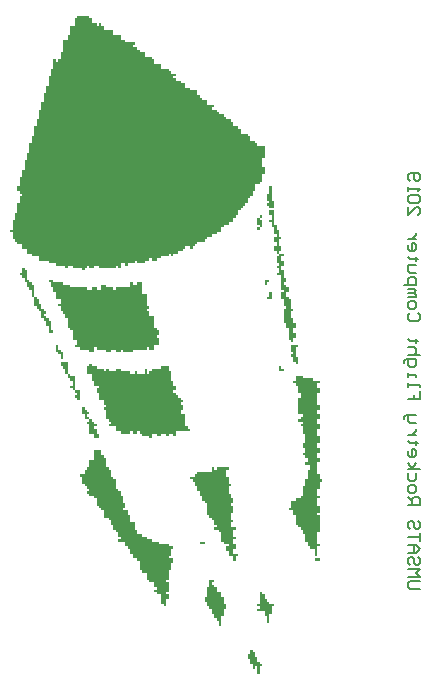
<source format=gbo>
G04*
G04 #@! TF.GenerationSoftware,Altium Limited,Altium Designer,19.0.14 (431)*
G04*
G04 Layer_Color=16776960*
%FSLAX25Y25*%
%MOIN*%
G70*
G01*
G75*
%ADD17C,0.00700*%
G36*
X238900Y259600D02*
X239700D01*
Y258000D01*
X241300D01*
Y257200D01*
X242100D01*
Y258000D01*
X242900D01*
Y257200D01*
X243700D01*
Y255600D01*
X246900D01*
Y254000D01*
X249300D01*
Y252400D01*
X250900D01*
Y251600D01*
X254100D01*
Y250800D01*
X253300D01*
Y250000D01*
X254900D01*
Y249200D01*
X255700D01*
Y248400D01*
X257300D01*
Y246800D01*
X259700D01*
Y246000D01*
X260500D01*
Y244400D01*
X262900D01*
Y242800D01*
X265300D01*
Y242000D01*
X266100D01*
Y241200D01*
X267700D01*
Y240400D01*
X266900D01*
Y239600D01*
X267700D01*
Y238800D01*
X269300D01*
Y238000D01*
X270900D01*
Y236400D01*
X272500D01*
Y235600D01*
X274900D01*
Y234000D01*
X275700D01*
Y233200D01*
X276500D01*
Y232400D01*
X278100D01*
Y230800D01*
X280500D01*
Y230000D01*
X279700D01*
Y229200D01*
X281300D01*
Y228400D01*
X282100D01*
Y227600D01*
X283700D01*
Y226800D01*
X284500D01*
Y226000D01*
X286100D01*
Y225200D01*
X286900D01*
Y223600D01*
X288500D01*
Y222800D01*
X289300D01*
Y221200D01*
X291700D01*
Y220400D01*
X292500D01*
Y218800D01*
X294100D01*
Y218000D01*
X294900D01*
Y217200D01*
X297300D01*
Y213200D01*
X296500D01*
Y210000D01*
X297300D01*
Y207600D01*
X296500D01*
Y205200D01*
X295700D01*
Y204400D01*
X294100D01*
Y202000D01*
X293300D01*
Y200400D01*
X292500D01*
Y199600D01*
X291700D01*
Y198000D01*
X290900D01*
Y197200D01*
X290100D01*
Y196400D01*
X289300D01*
Y195600D01*
X288500D01*
Y194000D01*
X287700D01*
Y193200D01*
X286900D01*
Y191600D01*
X285300D01*
Y190800D01*
X283700D01*
Y190000D01*
X282900D01*
Y188400D01*
X281300D01*
Y187600D01*
X279700D01*
Y186800D01*
X278100D01*
Y186000D01*
X277300D01*
Y185200D01*
X274900D01*
Y184400D01*
X274100D01*
Y183600D01*
X273300D01*
Y182800D01*
X272500D01*
Y183600D01*
X270900D01*
Y182800D01*
X270100D01*
Y182000D01*
X268500D01*
Y181200D01*
X266900D01*
Y180400D01*
X266100D01*
Y181200D01*
X265300D01*
Y180400D01*
X262900D01*
Y179600D01*
X261300D01*
Y178800D01*
X259700D01*
Y179600D01*
X258900D01*
Y178800D01*
X257300D01*
Y178000D01*
X254900D01*
Y178800D01*
X254100D01*
Y178000D01*
X251700D01*
Y177200D01*
X250900D01*
Y178000D01*
X249300D01*
Y176400D01*
X248500D01*
Y177200D01*
X247700D01*
Y176400D01*
X242100D01*
Y177200D01*
X240500D01*
Y176400D01*
X238900D01*
Y177200D01*
X238100D01*
Y176400D01*
X237300D01*
Y175600D01*
X236500D01*
Y176400D01*
X233300D01*
Y177200D01*
X231700D01*
Y176400D01*
X230900D01*
Y177200D01*
X227700D01*
Y178000D01*
X225300D01*
Y178800D01*
X222100D01*
Y180400D01*
X219700D01*
Y181200D01*
X218100D01*
Y182800D01*
X216500D01*
Y184400D01*
X214900D01*
Y185200D01*
X214100D01*
Y186000D01*
X213300D01*
Y188400D01*
X212500D01*
Y189200D01*
X213300D01*
Y192400D01*
X214100D01*
Y194800D01*
X214900D01*
Y198000D01*
X215700D01*
Y200400D01*
X216500D01*
Y201200D01*
X215700D01*
Y202000D01*
X214900D01*
Y203600D01*
X215700D01*
Y206800D01*
X216500D01*
Y209200D01*
X217300D01*
Y212400D01*
X218100D01*
Y214800D01*
X218900D01*
Y218000D01*
X219700D01*
Y220400D01*
X220500D01*
Y223600D01*
X221300D01*
Y226000D01*
X222100D01*
Y229200D01*
X222900D01*
Y231600D01*
X223700D01*
Y234800D01*
X224500D01*
Y237200D01*
X225300D01*
Y240400D01*
X226100D01*
Y242800D01*
X226900D01*
Y246000D01*
X227700D01*
Y245200D01*
X228500D01*
Y246000D01*
X229300D01*
Y248400D01*
X230100D01*
Y252400D01*
X231700D01*
Y254000D01*
X232500D01*
Y257200D01*
X234100D01*
Y259600D01*
X234900D01*
Y260400D01*
X238900D01*
Y259600D01*
D02*
G37*
G36*
X299700Y198800D02*
X300500D01*
Y196400D01*
X298900D01*
Y197200D01*
X298100D01*
Y198000D01*
X298900D01*
Y198800D01*
X298100D01*
Y201200D01*
X298900D01*
Y203600D01*
X299700D01*
Y198800D01*
D02*
G37*
G36*
X296500Y193200D02*
X295700D01*
Y194000D01*
X296500D01*
Y193200D01*
D02*
G37*
G36*
X295700Y192400D02*
X296500D01*
Y190000D01*
X295700D01*
Y190800D01*
X294900D01*
Y193200D01*
X295700D01*
Y192400D01*
D02*
G37*
G36*
Y189200D02*
X294900D01*
Y190000D01*
X295700D01*
Y189200D01*
D02*
G37*
G36*
X298900Y171600D02*
X298100D01*
Y170800D01*
X297300D01*
Y172400D01*
X298900D01*
Y171600D01*
D02*
G37*
G36*
X299700Y166000D02*
X298100D01*
Y166800D01*
X298900D01*
Y168400D01*
X299700D01*
Y166000D01*
D02*
G37*
G36*
X217300Y175600D02*
X218100D01*
Y172400D01*
X218900D01*
Y171600D01*
X219700D01*
Y170800D01*
X220500D01*
Y166800D01*
X221300D01*
Y166000D01*
X222100D01*
Y164400D01*
X222900D01*
Y162800D01*
X223700D01*
Y162000D01*
X224500D01*
Y161200D01*
X223700D01*
Y160400D01*
X224500D01*
Y159600D01*
X225300D01*
Y158800D01*
X226100D01*
Y155600D01*
X226900D01*
Y154800D01*
X225300D01*
Y157200D01*
X224500D01*
Y158800D01*
X223700D01*
Y159600D01*
X222900D01*
Y162000D01*
X222100D01*
Y162800D01*
X221300D01*
Y163600D01*
X220500D01*
Y166800D01*
X219700D01*
Y169200D01*
X218900D01*
Y170000D01*
X218100D01*
Y171600D01*
X217300D01*
Y173200D01*
X216500D01*
Y174000D01*
X215700D01*
Y174800D01*
X216500D01*
Y176400D01*
X217300D01*
Y175600D01*
D02*
G37*
G36*
X300500Y190800D02*
X301300D01*
Y189200D01*
X302100D01*
Y186800D01*
X302900D01*
Y186000D01*
X302100D01*
Y183600D01*
X302900D01*
Y182000D01*
X302100D01*
Y181200D01*
X303700D01*
Y180400D01*
X302900D01*
Y178800D01*
X303700D01*
Y177200D01*
X302900D01*
Y175600D01*
X303700D01*
Y173200D01*
X304500D01*
Y171600D01*
X303700D01*
Y170800D01*
X304500D01*
Y170000D01*
X305300D01*
Y168400D01*
X304500D01*
Y166800D01*
X305300D01*
Y166000D01*
X306100D01*
Y162800D01*
X306900D01*
Y162000D01*
X306100D01*
Y159600D01*
X306900D01*
Y158000D01*
X307700D01*
Y156400D01*
X306900D01*
Y154800D01*
X307700D01*
Y153200D01*
X306900D01*
Y151600D01*
X306100D01*
Y152400D01*
X305300D01*
Y156400D01*
X304500D01*
Y158000D01*
X303700D01*
Y162800D01*
X304500D01*
Y163600D01*
X303700D01*
Y166000D01*
X302900D01*
Y168400D01*
X303700D01*
Y169200D01*
X302900D01*
Y174000D01*
X301300D01*
Y174800D01*
X302100D01*
Y176400D01*
X301300D01*
Y177200D01*
X302100D01*
Y178000D01*
X301300D01*
Y180400D01*
X302100D01*
Y181200D01*
X301300D01*
Y182000D01*
X300500D01*
Y183600D01*
X301300D01*
Y185200D01*
X300500D01*
Y186800D01*
X301300D01*
Y187600D01*
X300500D01*
Y190000D01*
X299700D01*
Y191600D01*
X298900D01*
Y192400D01*
X299700D01*
Y194000D01*
X298900D01*
Y195600D01*
X300500D01*
Y190800D01*
D02*
G37*
G36*
X226900Y171600D02*
X230100D01*
Y170800D01*
X232500D01*
Y170000D01*
X238100D01*
Y169200D01*
X239700D01*
Y170000D01*
X241300D01*
Y169200D01*
X242900D01*
Y170800D01*
X244500D01*
Y170000D01*
X246900D01*
Y169200D01*
X247700D01*
Y170000D01*
X252500D01*
Y171600D01*
X253300D01*
Y170800D01*
X254900D01*
Y171600D01*
X256500D01*
Y167600D01*
X258100D01*
Y163600D01*
X258900D01*
Y162800D01*
X258100D01*
Y162000D01*
X258900D01*
Y160400D01*
X260500D01*
Y156400D01*
X261300D01*
Y155600D01*
X262100D01*
Y154000D01*
X261300D01*
Y153200D01*
X262100D01*
Y150800D01*
X260500D01*
Y149200D01*
X258900D01*
Y150000D01*
X258100D01*
Y149200D01*
X253300D01*
Y148400D01*
X250100D01*
Y149200D01*
X249300D01*
Y148400D01*
X247700D01*
Y149200D01*
X246100D01*
Y148400D01*
X244500D01*
Y149200D01*
X241300D01*
Y150000D01*
X240500D01*
Y148400D01*
X238900D01*
Y149200D01*
X235700D01*
Y150000D01*
X234100D01*
Y150800D01*
X234900D01*
Y152400D01*
X233300D01*
Y155600D01*
X232500D01*
Y156400D01*
X231700D01*
Y159600D01*
X230900D01*
Y161200D01*
X230100D01*
Y162000D01*
X229300D01*
Y163600D01*
X228500D01*
Y164400D01*
X229300D01*
Y166000D01*
X227700D01*
Y168400D01*
X226900D01*
Y170000D01*
X226100D01*
Y171600D01*
X225300D01*
Y172400D01*
X226900D01*
Y171600D01*
D02*
G37*
G36*
X228500Y149200D02*
X229300D01*
Y148400D01*
X230100D01*
Y146000D01*
X229300D01*
Y147600D01*
X228500D01*
Y148400D01*
X227700D01*
Y150800D01*
X228500D01*
Y149200D01*
D02*
G37*
G36*
X308500Y150000D02*
X307700D01*
Y146800D01*
X308500D01*
Y144400D01*
X307700D01*
Y145200D01*
X306900D01*
Y146800D01*
X306100D01*
Y147600D01*
X306900D01*
Y148400D01*
X306100D01*
Y150800D01*
X308500D01*
Y150000D01*
D02*
G37*
G36*
X302900Y142800D02*
X303700D01*
Y142000D01*
X302100D01*
Y143600D01*
X302900D01*
Y142800D01*
D02*
G37*
G36*
X231700Y141200D02*
X232500D01*
Y140400D01*
X234100D01*
Y135600D01*
X235700D01*
Y132400D01*
X234900D01*
Y133200D01*
X234100D01*
Y134000D01*
X234900D01*
Y134800D01*
X234100D01*
Y135600D01*
X233300D01*
Y136400D01*
X232500D01*
Y137200D01*
X233300D01*
Y138800D01*
X232500D01*
Y139600D01*
X231700D01*
Y141200D01*
X230900D01*
Y142800D01*
X230100D01*
Y143600D01*
X229300D01*
Y145200D01*
X231700D01*
Y141200D01*
D02*
G37*
G36*
X239700Y143600D02*
X241300D01*
Y142800D01*
X243700D01*
Y142000D01*
X244500D01*
Y142800D01*
X245300D01*
Y142000D01*
X247700D01*
Y142800D01*
X249300D01*
Y142000D01*
X252500D01*
Y141200D01*
X254100D01*
Y142000D01*
X254900D01*
Y141200D01*
X257300D01*
Y142800D01*
X258100D01*
Y141200D01*
X258900D01*
Y142000D01*
X259700D01*
Y142800D01*
X262900D01*
Y143600D01*
X265300D01*
Y142000D01*
X266100D01*
Y138800D01*
X266900D01*
Y137200D01*
X267700D01*
Y135600D01*
X266900D01*
Y134800D01*
X267700D01*
Y134000D01*
X268500D01*
Y133200D01*
X269300D01*
Y132400D01*
X270100D01*
Y131600D01*
X269300D01*
Y130800D01*
X270100D01*
Y129200D01*
X269300D01*
Y127600D01*
X270900D01*
Y123600D01*
X271700D01*
Y122800D01*
X272500D01*
Y122000D01*
X267700D01*
Y120400D01*
X266900D01*
Y121200D01*
X265300D01*
Y120400D01*
X264500D01*
Y121200D01*
X262900D01*
Y120400D01*
X261300D01*
Y121200D01*
X259700D01*
Y119600D01*
X258900D01*
Y120400D01*
X256500D01*
Y121200D01*
X255700D01*
Y122000D01*
X254900D01*
Y121200D01*
X253300D01*
Y122000D01*
X252500D01*
Y121200D01*
X249300D01*
Y122000D01*
X247700D01*
Y123600D01*
X245300D01*
Y124400D01*
X246100D01*
Y125200D01*
X245300D01*
Y126000D01*
X244500D01*
Y129200D01*
X243700D01*
Y130000D01*
X244500D01*
Y130800D01*
X243700D01*
Y132400D01*
X242100D01*
Y134800D01*
X241300D01*
Y136400D01*
X242100D01*
Y137200D01*
X240500D01*
Y138800D01*
X239700D01*
Y141200D01*
X238100D01*
Y143600D01*
X238900D01*
Y144400D01*
X239700D01*
Y143600D01*
D02*
G37*
G36*
X237300Y129200D02*
X238100D01*
Y128400D01*
X238900D01*
Y127600D01*
X238100D01*
Y126800D01*
X238900D01*
Y126000D01*
X239700D01*
Y125200D01*
X240500D01*
Y124400D01*
X241300D01*
Y123600D01*
X240500D01*
Y122800D01*
X241300D01*
Y121200D01*
X242100D01*
Y119600D01*
X240500D01*
Y121200D01*
X238900D01*
Y124400D01*
X238100D01*
Y125200D01*
X238900D01*
Y126000D01*
X237300D01*
Y127600D01*
X236500D01*
Y130000D01*
X237300D01*
Y129200D01*
D02*
G37*
G36*
X285300Y109200D02*
X284500D01*
Y106800D01*
X285300D01*
Y104400D01*
X286100D01*
Y103600D01*
X285300D01*
Y101200D01*
X286100D01*
Y99600D01*
X286900D01*
Y98000D01*
X286100D01*
Y97200D01*
X286900D01*
Y94800D01*
X286100D01*
Y92400D01*
X286900D01*
Y91600D01*
X286100D01*
Y90000D01*
X287700D01*
Y89200D01*
X286900D01*
Y86800D01*
X287700D01*
Y86000D01*
X286900D01*
Y84400D01*
X287700D01*
Y82800D01*
X286900D01*
Y81200D01*
X288500D01*
Y80400D01*
X287700D01*
Y78800D01*
X286900D01*
Y80400D01*
X285300D01*
Y82000D01*
X284500D01*
Y83600D01*
X285300D01*
Y84400D01*
X283700D01*
Y85200D01*
X282900D01*
Y88400D01*
X282100D01*
Y89200D01*
X280500D01*
Y90000D01*
X281300D01*
Y90800D01*
X280500D01*
Y92400D01*
X279700D01*
Y93200D01*
X278900D01*
Y94000D01*
X278100D01*
Y98000D01*
X277300D01*
Y98800D01*
X276500D01*
Y100400D01*
X275700D01*
Y102000D01*
X274900D01*
Y103600D01*
X274100D01*
Y105200D01*
X273300D01*
Y106000D01*
X272500D01*
Y106800D01*
X274100D01*
Y107600D01*
X274900D01*
Y108400D01*
X279700D01*
Y110000D01*
X280500D01*
Y109200D01*
X281300D01*
Y110000D01*
X285300D01*
Y109200D01*
D02*
G37*
G36*
X277300Y84400D02*
X275700D01*
Y85200D01*
X277300D01*
Y84400D01*
D02*
G37*
G36*
X310100Y139600D02*
X313300D01*
Y138800D01*
X315700D01*
Y138000D01*
X314900D01*
Y136400D01*
X315700D01*
Y134800D01*
X314900D01*
Y130800D01*
X315700D01*
Y129200D01*
X314900D01*
Y127600D01*
X315700D01*
Y126000D01*
X314900D01*
Y124400D01*
X315700D01*
Y122800D01*
X314900D01*
Y120400D01*
X315700D01*
Y118000D01*
X314900D01*
Y116400D01*
X315700D01*
Y114800D01*
X314900D01*
Y113200D01*
X315700D01*
Y111600D01*
X314900D01*
Y107600D01*
X315700D01*
Y106000D01*
X316500D01*
Y105200D01*
X315700D01*
Y102800D01*
X314900D01*
Y100400D01*
X315700D01*
Y99600D01*
X314900D01*
Y97200D01*
X315700D01*
Y94800D01*
X314900D01*
Y94000D01*
X315700D01*
Y88400D01*
X314900D01*
Y84400D01*
X315700D01*
Y83600D01*
X314900D01*
Y80400D01*
X314100D01*
Y82800D01*
X312500D01*
Y83600D01*
X311700D01*
Y85200D01*
X310900D01*
Y87600D01*
X310100D01*
Y89200D01*
X309300D01*
Y90000D01*
X308500D01*
Y90800D01*
X307700D01*
Y94000D01*
X306900D01*
Y95600D01*
X305300D01*
Y96400D01*
X306100D01*
Y98800D01*
X307700D01*
Y99600D01*
X309300D01*
Y100400D01*
X310100D01*
Y103600D01*
X310900D01*
Y106000D01*
X311700D01*
Y109200D01*
X312500D01*
Y110800D01*
X310900D01*
Y111600D01*
X311700D01*
Y113200D01*
X310900D01*
Y114000D01*
X310100D01*
Y114800D01*
X310900D01*
Y116400D01*
X310100D01*
Y118000D01*
X310900D01*
Y121200D01*
X310100D01*
Y123600D01*
X309300D01*
Y124400D01*
X310100D01*
Y125200D01*
X308500D01*
Y126000D01*
X309300D01*
Y126800D01*
X310100D01*
Y127600D01*
X308500D01*
Y133200D01*
X309300D01*
Y134800D01*
X308500D01*
Y137200D01*
X307700D01*
Y138000D01*
X306900D01*
Y138800D01*
X307700D01*
Y140400D01*
X310100D01*
Y139600D01*
D02*
G37*
G36*
X315700Y78800D02*
X314100D01*
Y79600D01*
X315700D01*
Y78800D01*
D02*
G37*
G36*
X242900Y114000D02*
X243700D01*
Y113200D01*
X244500D01*
Y110000D01*
X245300D01*
Y109200D01*
X246100D01*
Y106800D01*
X246900D01*
Y106000D01*
X247700D01*
Y102800D01*
X248500D01*
Y102000D01*
X249300D01*
Y100400D01*
X250100D01*
Y98000D01*
X250900D01*
Y96400D01*
X250100D01*
Y95600D01*
X251700D01*
Y94000D01*
X252500D01*
Y91600D01*
X254100D01*
Y89200D01*
X254900D01*
Y87600D01*
X256500D01*
Y86800D01*
X258100D01*
Y86000D01*
X259700D01*
Y85200D01*
X262100D01*
Y84400D01*
X265300D01*
Y83600D01*
X266900D01*
Y82800D01*
X266100D01*
Y80400D01*
X265300D01*
Y79600D01*
X266900D01*
Y78000D01*
X266100D01*
Y75600D01*
X265300D01*
Y72400D01*
X264500D01*
Y71600D01*
X265300D01*
Y68400D01*
X264500D01*
Y67600D01*
X265300D01*
Y66000D01*
X264500D01*
Y63600D01*
X263700D01*
Y64400D01*
X262900D01*
Y67600D01*
X261300D01*
Y68400D01*
X260500D01*
Y69200D01*
X261300D01*
Y70000D01*
X260500D01*
Y71600D01*
X258900D01*
Y72400D01*
X258100D01*
Y74800D01*
X256500D01*
Y75600D01*
X255700D01*
Y78800D01*
X254900D01*
Y79600D01*
X253300D01*
Y81200D01*
X252500D01*
Y82800D01*
X251700D01*
Y83600D01*
X250900D01*
Y85200D01*
X248500D01*
Y86000D01*
X249300D01*
Y86800D01*
X248500D01*
Y88400D01*
X247700D01*
Y89200D01*
X246900D01*
Y90800D01*
X246100D01*
Y92400D01*
X245300D01*
Y93200D01*
X243700D01*
Y95600D01*
X242900D01*
Y96400D01*
X242100D01*
Y97200D01*
X241300D01*
Y99600D01*
X240500D01*
Y100400D01*
X238900D01*
Y101200D01*
X238100D01*
Y102000D01*
X238900D01*
Y102800D01*
X238100D01*
Y103600D01*
X237300D01*
Y104400D01*
X236500D01*
Y106800D01*
X235700D01*
Y107600D01*
X237300D01*
Y109200D01*
X238100D01*
Y110000D01*
X238900D01*
Y112400D01*
X240500D01*
Y115600D01*
X242900D01*
Y114000D01*
D02*
G37*
G36*
X296500Y67600D02*
X297300D01*
Y66000D01*
X298100D01*
Y65200D01*
X298900D01*
Y64400D01*
X300500D01*
Y63600D01*
X299700D01*
Y61200D01*
X298900D01*
Y58000D01*
X298100D01*
Y60400D01*
X297300D01*
Y62000D01*
X294900D01*
Y62800D01*
X295700D01*
Y63600D01*
X294900D01*
Y64400D01*
X295700D01*
Y68400D01*
X296500D01*
Y67600D01*
D02*
G37*
G36*
X280500Y71600D02*
X279700D01*
Y70800D01*
X280500D01*
Y70000D01*
X281300D01*
Y68400D01*
X282900D01*
Y66800D01*
X283700D01*
Y64400D01*
X284500D01*
Y62800D01*
X283700D01*
Y60400D01*
X282900D01*
Y57200D01*
X282100D01*
Y58800D01*
X281300D01*
Y59600D01*
X280500D01*
Y61200D01*
X279700D01*
Y62800D01*
X278900D01*
Y63600D01*
X278100D01*
Y65200D01*
X277300D01*
Y66800D01*
X278100D01*
Y70000D01*
X278900D01*
Y72400D01*
X280500D01*
Y71600D01*
D02*
G37*
G36*
X293300Y48400D02*
X294100D01*
Y46800D01*
X294900D01*
Y45200D01*
X295700D01*
Y44400D01*
X296500D01*
Y43600D01*
X295700D01*
Y41200D01*
X294900D01*
Y43600D01*
X294100D01*
Y42800D01*
X293300D01*
Y44400D01*
X292500D01*
Y46000D01*
X291700D01*
Y47600D01*
X292500D01*
Y49200D01*
X293300D01*
Y48400D01*
D02*
G37*
D17*
X349099Y69450D02*
X345766D01*
X345100Y70116D01*
Y71449D01*
X345766Y72116D01*
X349099D01*
X345100Y73449D02*
X349099D01*
X347766Y74782D01*
X349099Y76114D01*
X345100D01*
X348432Y80113D02*
X349099Y79447D01*
Y78114D01*
X348432Y77447D01*
X347766D01*
X347099Y78114D01*
Y79447D01*
X346433Y80113D01*
X345766D01*
X345100Y79447D01*
Y78114D01*
X345766Y77447D01*
X345100Y81446D02*
X347766D01*
X349099Y82779D01*
X347766Y84112D01*
X345100D01*
X347099D01*
Y81446D01*
X349099Y85445D02*
Y88111D01*
Y86778D01*
X345100D01*
X348432Y92109D02*
X349099Y91443D01*
Y90110D01*
X348432Y89444D01*
X347766D01*
X347099Y90110D01*
Y91443D01*
X346433Y92109D01*
X345766D01*
X345100Y91443D01*
Y90110D01*
X345766Y89444D01*
X345100Y97441D02*
X349099D01*
Y99440D01*
X348432Y100107D01*
X347099D01*
X346433Y99440D01*
Y97441D01*
Y98774D02*
X345100Y100107D01*
Y102106D02*
Y103439D01*
X345766Y104105D01*
X347099D01*
X347766Y103439D01*
Y102106D01*
X347099Y101440D01*
X345766D01*
X345100Y102106D01*
X347766Y108104D02*
Y106105D01*
X347099Y105438D01*
X345766D01*
X345100Y106105D01*
Y108104D01*
Y109437D02*
X349099D01*
X346433D02*
X347766Y111436D01*
X346433Y109437D02*
X345100Y111436D01*
Y115435D02*
Y114102D01*
X345766Y113436D01*
X347099D01*
X347766Y114102D01*
Y115435D01*
X347099Y116102D01*
X346433D01*
Y113436D01*
X348432Y118101D02*
X347766D01*
Y117435D01*
Y118767D01*
Y118101D01*
X345766D01*
X345100Y118767D01*
X347766Y120767D02*
X345100D01*
X346433D01*
X347099Y121433D01*
X347766Y122100D01*
Y122766D01*
Y124766D02*
X345766D01*
X345100Y125432D01*
Y127431D01*
X344434D01*
X343767Y126765D01*
Y126098D01*
X345100Y127431D02*
X347766D01*
X349099Y135429D02*
Y132763D01*
X347099D01*
Y134096D01*
Y132763D01*
X345100D01*
Y136762D02*
Y138094D01*
Y137428D01*
X349099D01*
Y136762D01*
X345100Y140094D02*
Y141427D01*
Y140760D01*
X347766D01*
Y140094D01*
X343767Y144759D02*
Y145425D01*
X344434Y146092D01*
X347766D01*
Y144093D01*
X347099Y143426D01*
X345766D01*
X345100Y144093D01*
Y146092D01*
X349099Y147425D02*
X345100D01*
X347099D01*
X347766Y148091D01*
Y149424D01*
X347099Y150091D01*
X345100D01*
X348432Y152090D02*
X347766D01*
Y151424D01*
Y152757D01*
Y152090D01*
X345766D01*
X345100Y152757D01*
X348432Y161420D02*
X349099Y160754D01*
Y159421D01*
X348432Y158755D01*
X345766D01*
X345100Y159421D01*
Y160754D01*
X345766Y161420D01*
X345100Y163420D02*
Y164753D01*
X345766Y165419D01*
X347099D01*
X347766Y164753D01*
Y163420D01*
X347099Y162753D01*
X345766D01*
X345100Y163420D01*
Y166752D02*
X347766D01*
Y167418D01*
X347099Y168085D01*
X345100D01*
X347099D01*
X347766Y168751D01*
X347099Y169418D01*
X345100D01*
X343767Y170751D02*
X347766D01*
Y172750D01*
X347099Y173416D01*
X345766D01*
X345100Y172750D01*
Y170751D01*
X347766Y174749D02*
X345766D01*
X345100Y175416D01*
Y177415D01*
X347766D01*
X348432Y179414D02*
X347766D01*
Y178748D01*
Y180081D01*
Y179414D01*
X345766D01*
X345100Y180081D01*
Y184080D02*
Y182747D01*
X345766Y182080D01*
X347099D01*
X347766Y182747D01*
Y184080D01*
X347099Y184746D01*
X346433D01*
Y182080D01*
X347766Y186079D02*
X345100D01*
X346433D01*
X347099Y186746D01*
X347766Y187412D01*
Y188078D01*
X345100Y196742D02*
Y194077D01*
X347766Y196742D01*
X348432D01*
X349099Y196076D01*
Y194743D01*
X348432Y194077D01*
Y198075D02*
X349099Y198742D01*
Y200075D01*
X348432Y200741D01*
X345766D01*
X345100Y200075D01*
Y198742D01*
X345766Y198075D01*
X348432D01*
X345100Y202074D02*
Y203407D01*
Y202740D01*
X349099D01*
X348432Y202074D01*
X345766Y205406D02*
X345100Y206073D01*
Y207405D01*
X345766Y208072D01*
X348432D01*
X349099Y207405D01*
Y206073D01*
X348432Y205406D01*
X347766D01*
X347099Y206073D01*
Y208072D01*
M02*

</source>
